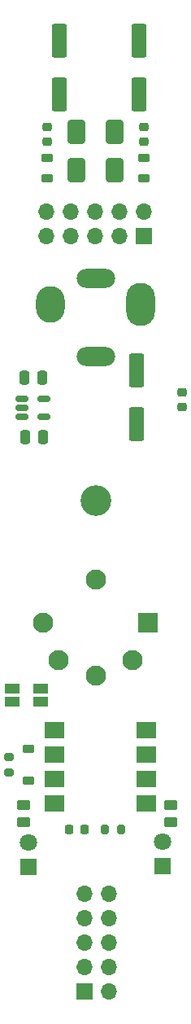
<source format=gbr>
%TF.GenerationSoftware,KiCad,Pcbnew,(7.0.0)*%
%TF.CreationDate,2023-04-30T16:43:56+02:00*%
%TF.ProjectId,midi-sync-module,6d696469-2d73-4796-9e63-2d6d6f64756c,rev?*%
%TF.SameCoordinates,Original*%
%TF.FileFunction,Soldermask,Bot*%
%TF.FilePolarity,Negative*%
%FSLAX46Y46*%
G04 Gerber Fmt 4.6, Leading zero omitted, Abs format (unit mm)*
G04 Created by KiCad (PCBNEW (7.0.0)) date 2023-04-30 16:43:56*
%MOMM*%
%LPD*%
G01*
G04 APERTURE LIST*
G04 Aperture macros list*
%AMRoundRect*
0 Rectangle with rounded corners*
0 $1 Rounding radius*
0 $2 $3 $4 $5 $6 $7 $8 $9 X,Y pos of 4 corners*
0 Add a 4 corners polygon primitive as box body*
4,1,4,$2,$3,$4,$5,$6,$7,$8,$9,$2,$3,0*
0 Add four circle primitives for the rounded corners*
1,1,$1+$1,$2,$3*
1,1,$1+$1,$4,$5*
1,1,$1+$1,$6,$7*
1,1,$1+$1,$8,$9*
0 Add four rect primitives between the rounded corners*
20,1,$1+$1,$2,$3,$4,$5,0*
20,1,$1+$1,$4,$5,$6,$7,0*
20,1,$1+$1,$6,$7,$8,$9,0*
20,1,$1+$1,$8,$9,$2,$3,0*%
G04 Aperture macros list end*
%ADD10R,2.100000X2.100000*%
%ADD11C,2.100000*%
%ADD12R,1.800000X1.800000*%
%ADD13C,1.800000*%
%ADD14O,3.000000X4.500000*%
%ADD15O,3.000000X3.800000*%
%ADD16O,4.000000X2.000000*%
%ADD17C,3.200000*%
%ADD18RoundRect,0.218750X0.381250X-0.218750X0.381250X0.218750X-0.381250X0.218750X-0.381250X-0.218750X0*%
%ADD19RoundRect,0.250000X-0.450000X0.262500X-0.450000X-0.262500X0.450000X-0.262500X0.450000X0.262500X0*%
%ADD20RoundRect,0.225000X0.375000X-0.225000X0.375000X0.225000X-0.375000X0.225000X-0.375000X-0.225000X0*%
%ADD21R,1.500000X1.000000*%
%ADD22RoundRect,0.200000X0.275000X-0.200000X0.275000X0.200000X-0.275000X0.200000X-0.275000X-0.200000X0*%
%ADD23RoundRect,0.150000X-0.512500X-0.150000X0.512500X-0.150000X0.512500X0.150000X-0.512500X0.150000X0*%
%ADD24RoundRect,0.250000X-0.650000X1.000000X-0.650000X-1.000000X0.650000X-1.000000X0.650000X1.000000X0*%
%ADD25RoundRect,0.200000X0.200000X0.275000X-0.200000X0.275000X-0.200000X-0.275000X0.200000X-0.275000X0*%
%ADD26RoundRect,0.225000X0.225000X0.250000X-0.225000X0.250000X-0.225000X-0.250000X0.225000X-0.250000X0*%
%ADD27RoundRect,0.250000X0.550000X-1.500000X0.550000X1.500000X-0.550000X1.500000X-0.550000X-1.500000X0*%
%ADD28RoundRect,0.250000X0.250000X0.475000X-0.250000X0.475000X-0.250000X-0.475000X0.250000X-0.475000X0*%
%ADD29RoundRect,0.250000X-0.250000X-0.475000X0.250000X-0.475000X0.250000X0.475000X-0.250000X0.475000X0*%
%ADD30R,1.700000X1.700000*%
%ADD31O,1.700000X1.700000*%
%ADD32RoundRect,0.225000X-0.250000X0.225000X-0.250000X-0.225000X0.250000X-0.225000X0.250000X0.225000X0*%
%ADD33RoundRect,0.250000X-0.550000X1.500000X-0.550000X-1.500000X0.550000X-1.500000X0.550000X1.500000X0*%
%ADD34RoundRect,0.250000X0.650000X-1.000000X0.650000X1.000000X-0.650000X1.000000X-0.650000X-1.000000X0*%
%ADD35R,2.000000X1.780000*%
G04 APERTURE END LIST*
D10*
%TO.C,J3*%
X190499999Y-102499999D03*
D11*
X185000000Y-108000000D03*
X179500000Y-102500000D03*
X188890000Y-106390000D03*
X181110000Y-106390000D03*
X185000000Y-98000000D03*
%TD*%
D12*
%TO.C,D4*%
X177999999Y-127837499D03*
D13*
X178000000Y-125297500D03*
%TD*%
D12*
%TO.C,D5*%
X191999999Y-127799999D03*
D13*
X192000000Y-125260000D03*
%TD*%
D14*
%TO.C,J1*%
X189699999Y-69399999D03*
D15*
X180299999Y-69399999D03*
D16*
X184999999Y-74799999D03*
X184999999Y-66699999D03*
%TD*%
D17*
%TO.C,REF\u002A\u002A*%
X185000000Y-89800000D03*
%TD*%
D18*
%TO.C,FB2*%
X190000000Y-56212500D03*
X190000000Y-54087500D03*
%TD*%
D19*
%TO.C,R9*%
X177500000Y-121425000D03*
X177500000Y-123250000D03*
%TD*%
D20*
%TO.C,D3*%
X178000000Y-118900000D03*
X178000000Y-115600000D03*
%TD*%
D21*
%TO.C,JP1*%
X176349999Y-109349999D03*
X176349999Y-110649999D03*
%TD*%
D22*
%TO.C,R5*%
X176000000Y-118075000D03*
X176000000Y-116425000D03*
%TD*%
D23*
%TO.C,U3*%
X177362500Y-81062500D03*
X177362500Y-80112500D03*
X177362500Y-79162500D03*
X179637500Y-79162500D03*
X179637500Y-81062500D03*
%TD*%
D24*
%TO.C,D1*%
X183000000Y-51400000D03*
X183000000Y-55400000D03*
%TD*%
D25*
%TO.C,R8*%
X187650000Y-124000000D03*
X186000000Y-124000000D03*
%TD*%
D26*
%TO.C,C7*%
X183825000Y-124000000D03*
X182275000Y-124000000D03*
%TD*%
D27*
%TO.C,C4*%
X189500000Y-47550000D03*
X189500000Y-41950000D03*
%TD*%
D28*
%TO.C,C9*%
X179537500Y-83162500D03*
X177637500Y-83162500D03*
%TD*%
D29*
%TO.C,C8*%
X177550000Y-77000000D03*
X179450000Y-77000000D03*
%TD*%
D30*
%TO.C,J2*%
X189999999Y-62249999D03*
D31*
X189999999Y-59709999D03*
X187459999Y-62249999D03*
X187459999Y-59709999D03*
X184919999Y-62249999D03*
X184919999Y-59709999D03*
X182379999Y-62249999D03*
X182379999Y-59709999D03*
X179839999Y-62249999D03*
X179839999Y-59709999D03*
%TD*%
D21*
%TO.C,JP2*%
X179249999Y-109349999D03*
X179249999Y-110649999D03*
%TD*%
D32*
%TO.C,C1*%
X180000000Y-50875000D03*
X180000000Y-52425000D03*
%TD*%
D30*
%TO.C,J5*%
X183859999Y-140824999D03*
D31*
X186399999Y-140824999D03*
X183859999Y-138284999D03*
X186399999Y-138284999D03*
X183859999Y-135744999D03*
X186399999Y-135744999D03*
X183859999Y-133204999D03*
X186399999Y-133204999D03*
X183859999Y-130664999D03*
X186399999Y-130664999D03*
%TD*%
D33*
%TO.C,C6*%
X189250000Y-76200000D03*
X189250000Y-81800000D03*
%TD*%
D32*
%TO.C,C2*%
X190000000Y-50875000D03*
X190000000Y-52425000D03*
%TD*%
D18*
%TO.C,FB1*%
X180000000Y-56212500D03*
X180000000Y-54087500D03*
%TD*%
D32*
%TO.C,C5*%
X194000000Y-78525000D03*
X194000000Y-80075000D03*
%TD*%
D27*
%TO.C,C3*%
X181250000Y-47550000D03*
X181250000Y-41950000D03*
%TD*%
D34*
%TO.C,D2*%
X187000000Y-55400000D03*
X187000000Y-51400000D03*
%TD*%
D35*
%TO.C,U2*%
X180749999Y-121309999D03*
X180749999Y-118769999D03*
X180749999Y-116229999D03*
X180749999Y-113689999D03*
X190279999Y-113689999D03*
X190279999Y-116229999D03*
X190279999Y-118769999D03*
X190279999Y-121309999D03*
%TD*%
D19*
%TO.C,R10*%
X192800000Y-121425000D03*
X192800000Y-123250000D03*
%TD*%
M02*

</source>
